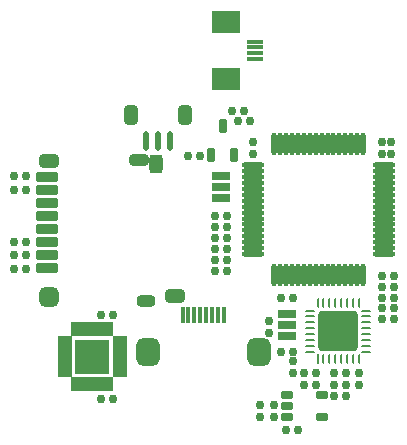
<source format=gts>
G04*
G04 #@! TF.GenerationSoftware,Altium Limited,Altium Designer,21.9.2 (33)*
G04*
G04 Layer_Color=8388736*
%FSLAX25Y25*%
%MOIN*%
G70*
G04*
G04 #@! TF.SameCoordinates,3BF94A5F-7B75-4F2F-B618-769F4B2F0BBE*
G04*
G04*
G04 #@! TF.FilePolarity,Negative*
G04*
G01*
G75*
G04:AMPARAMS|DCode=38|XSize=9.42mil|YSize=31.88mil|CornerRadius=4.71mil|HoleSize=0mil|Usage=FLASHONLY|Rotation=90.000|XOffset=0mil|YOffset=0mil|HoleType=Round|Shape=RoundedRectangle|*
%AMROUNDEDRECTD38*
21,1,0.00942,0.02245,0,0,90.0*
21,1,0.00000,0.03188,0,0,90.0*
1,1,0.00942,0.01123,0.00000*
1,1,0.00942,0.01123,0.00000*
1,1,0.00942,-0.01123,0.00000*
1,1,0.00942,-0.01123,0.00000*
%
%ADD38ROUNDEDRECTD38*%
G04:AMPARAMS|DCode=39|XSize=31.88mil|YSize=9.42mil|CornerRadius=4.71mil|HoleSize=0mil|Usage=FLASHONLY|Rotation=90.000|XOffset=0mil|YOffset=0mil|HoleType=Round|Shape=RoundedRectangle|*
%AMROUNDEDRECTD39*
21,1,0.03188,0.00000,0,0,90.0*
21,1,0.02245,0.00942,0,0,90.0*
1,1,0.00942,0.00000,0.01123*
1,1,0.00942,0.00000,-0.01123*
1,1,0.00942,0.00000,-0.01123*
1,1,0.00942,0.00000,0.01123*
%
%ADD39ROUNDEDRECTD39*%
%ADD40R,0.00942X0.03188*%
G04:AMPARAMS|DCode=46|XSize=26mil|YSize=26mil|CornerRadius=8mil|HoleSize=0mil|Usage=FLASHONLY|Rotation=90.000|XOffset=0mil|YOffset=0mil|HoleType=Round|Shape=RoundedRectangle|*
%AMROUNDEDRECTD46*
21,1,0.02600,0.01000,0,0,90.0*
21,1,0.01000,0.02600,0,0,90.0*
1,1,0.01600,0.00500,0.00500*
1,1,0.01600,0.00500,-0.00500*
1,1,0.01600,-0.00500,-0.00500*
1,1,0.01600,-0.00500,0.00500*
%
%ADD46ROUNDEDRECTD46*%
G04:AMPARAMS|DCode=47|XSize=33.56mil|YSize=74.9mil|CornerRadius=9.89mil|HoleSize=0mil|Usage=FLASHONLY|Rotation=270.000|XOffset=0mil|YOffset=0mil|HoleType=Round|Shape=RoundedRectangle|*
%AMROUNDEDRECTD47*
21,1,0.03356,0.05512,0,0,270.0*
21,1,0.01378,0.07490,0,0,270.0*
1,1,0.01978,-0.02756,-0.00689*
1,1,0.01978,-0.02756,0.00689*
1,1,0.01978,0.02756,0.00689*
1,1,0.01978,0.02756,-0.00689*
%
%ADD47ROUNDEDRECTD47*%
G04:AMPARAMS|DCode=48|XSize=45.37mil|YSize=67.02mil|CornerRadius=12.84mil|HoleSize=0mil|Usage=FLASHONLY|Rotation=270.000|XOffset=0mil|YOffset=0mil|HoleType=Round|Shape=RoundedRectangle|*
%AMROUNDEDRECTD48*
21,1,0.04537,0.04134,0,0,270.0*
21,1,0.01968,0.06702,0,0,270.0*
1,1,0.02568,-0.02067,-0.00984*
1,1,0.02568,-0.02067,0.00984*
1,1,0.02568,0.02067,0.00984*
1,1,0.02568,0.02067,-0.00984*
%
%ADD48ROUNDEDRECTD48*%
G04:AMPARAMS|DCode=49|XSize=63.09mil|YSize=45.37mil|CornerRadius=12.84mil|HoleSize=0mil|Usage=FLASHONLY|Rotation=270.000|XOffset=0mil|YOffset=0mil|HoleType=Round|Shape=RoundedRectangle|*
%AMROUNDEDRECTD49*
21,1,0.06309,0.01968,0,0,270.0*
21,1,0.03740,0.04537,0,0,270.0*
1,1,0.02568,-0.00984,-0.01870*
1,1,0.02568,-0.00984,0.01870*
1,1,0.02568,0.00984,0.01870*
1,1,0.02568,0.00984,-0.01870*
%
%ADD49ROUNDEDRECTD49*%
G04:AMPARAMS|DCode=50|XSize=65.06mil|YSize=65.06mil|CornerRadius=17.76mil|HoleSize=0mil|Usage=FLASHONLY|Rotation=270.000|XOffset=0mil|YOffset=0mil|HoleType=Round|Shape=RoundedRectangle|*
%AMROUNDEDRECTD50*
21,1,0.06506,0.02953,0,0,270.0*
21,1,0.02953,0.06506,0,0,270.0*
1,1,0.03553,-0.01476,-0.01476*
1,1,0.03553,-0.01476,0.01476*
1,1,0.03553,0.01476,0.01476*
1,1,0.03553,0.01476,-0.01476*
%
%ADD50ROUNDEDRECTD50*%
G04:AMPARAMS|DCode=51|XSize=46mil|YSize=65.06mil|CornerRadius=13mil|HoleSize=0mil|Usage=FLASHONLY|Rotation=270.000|XOffset=0mil|YOffset=0mil|HoleType=Round|Shape=RoundedRectangle|*
%AMROUNDEDRECTD51*
21,1,0.04600,0.03906,0,0,270.0*
21,1,0.02000,0.06506,0,0,270.0*
1,1,0.02600,-0.01953,-0.01000*
1,1,0.02600,-0.01953,0.01000*
1,1,0.02600,0.01953,0.01000*
1,1,0.02600,0.01953,-0.01000*
%
%ADD51ROUNDEDRECTD51*%
G04:AMPARAMS|DCode=52|XSize=37.5mil|YSize=61.12mil|CornerRadius=10.87mil|HoleSize=0mil|Usage=FLASHONLY|Rotation=270.000|XOffset=0mil|YOffset=0mil|HoleType=Round|Shape=RoundedRectangle|*
%AMROUNDEDRECTD52*
21,1,0.03750,0.03937,0,0,270.0*
21,1,0.01575,0.06112,0,0,270.0*
1,1,0.02175,-0.01968,-0.00787*
1,1,0.02175,-0.01968,0.00787*
1,1,0.02175,0.01968,0.00787*
1,1,0.02175,0.01968,-0.00787*
%
%ADD52ROUNDEDRECTD52*%
G04:AMPARAMS|DCode=53|XSize=37.5mil|YSize=65.06mil|CornerRadius=10.87mil|HoleSize=0mil|Usage=FLASHONLY|Rotation=270.000|XOffset=0mil|YOffset=0mil|HoleType=Round|Shape=RoundedRectangle|*
%AMROUNDEDRECTD53*
21,1,0.03750,0.04331,0,0,270.0*
21,1,0.01575,0.06506,0,0,270.0*
1,1,0.02175,-0.02165,-0.00787*
1,1,0.02175,-0.02165,0.00787*
1,1,0.02175,0.02165,0.00787*
1,1,0.02175,0.02165,-0.00787*
%
%ADD53ROUNDEDRECTD53*%
%ADD54R,0.05718X0.01781*%
%ADD55R,0.09261X0.07687*%
G04:AMPARAMS|DCode=56|XSize=92mil|YSize=78mil|CornerRadius=21mil|HoleSize=0mil|Usage=FLASHONLY|Rotation=270.000|XOffset=0mil|YOffset=0mil|HoleType=Round|Shape=RoundedRectangle|*
%AMROUNDEDRECTD56*
21,1,0.09200,0.03600,0,0,270.0*
21,1,0.05000,0.07800,0,0,270.0*
1,1,0.04200,-0.01800,-0.02500*
1,1,0.04200,-0.01800,0.02500*
1,1,0.04200,0.01800,0.02500*
1,1,0.04200,0.01800,-0.02500*
%
%ADD56ROUNDEDRECTD56*%
G04:AMPARAMS|DCode=57|XSize=29.62mil|YSize=41mil|CornerRadius=8.91mil|HoleSize=0mil|Usage=FLASHONLY|Rotation=90.000|XOffset=0mil|YOffset=0mil|HoleType=Round|Shape=RoundedRectangle|*
%AMROUNDEDRECTD57*
21,1,0.02962,0.02319,0,0,90.0*
21,1,0.01181,0.04100,0,0,90.0*
1,1,0.01781,0.01159,0.00591*
1,1,0.01781,0.01159,-0.00591*
1,1,0.01781,-0.01159,-0.00591*
1,1,0.01781,-0.01159,0.00591*
%
%ADD57ROUNDEDRECTD57*%
G04:AMPARAMS|DCode=58|XSize=56mil|YSize=16mil|CornerRadius=5.5mil|HoleSize=0mil|Usage=FLASHONLY|Rotation=90.000|XOffset=0mil|YOffset=0mil|HoleType=Round|Shape=RoundedRectangle|*
%AMROUNDEDRECTD58*
21,1,0.05600,0.00500,0,0,90.0*
21,1,0.04500,0.01600,0,0,90.0*
1,1,0.01100,0.00250,0.02250*
1,1,0.01100,0.00250,-0.02250*
1,1,0.01100,-0.00250,-0.02250*
1,1,0.01100,-0.00250,0.02250*
%
%ADD58ROUNDEDRECTD58*%
G04:AMPARAMS|DCode=59|XSize=29.62mil|YSize=45.37mil|CornerRadius=8.91mil|HoleSize=0mil|Usage=FLASHONLY|Rotation=180.000|XOffset=0mil|YOffset=0mil|HoleType=Round|Shape=RoundedRectangle|*
%AMROUNDEDRECTD59*
21,1,0.02962,0.02756,0,0,180.0*
21,1,0.01181,0.04537,0,0,180.0*
1,1,0.01781,-0.00591,0.01378*
1,1,0.01781,0.00591,0.01378*
1,1,0.01781,0.00591,-0.01378*
1,1,0.01781,-0.00591,-0.01378*
%
%ADD59ROUNDEDRECTD59*%
%ADD60O,0.07687X0.01781*%
%ADD61O,0.01781X0.07687*%
%ADD62R,0.11230X0.11624*%
G04:AMPARAMS|DCode=63|XSize=22mil|YSize=48mil|CornerRadius=8mil|HoleSize=0mil|Usage=FLASHONLY|Rotation=0.000|XOffset=0mil|YOffset=0mil|HoleType=Round|Shape=RoundedRectangle|*
%AMROUNDEDRECTD63*
21,1,0.02200,0.03200,0,0,0.0*
21,1,0.00600,0.04800,0,0,0.0*
1,1,0.01600,0.00300,-0.01600*
1,1,0.01600,-0.00300,-0.01600*
1,1,0.01600,-0.00300,0.01600*
1,1,0.01600,0.00300,0.01600*
%
%ADD63ROUNDEDRECTD63*%
G04:AMPARAMS|DCode=64|XSize=22mil|YSize=48mil|CornerRadius=8mil|HoleSize=0mil|Usage=FLASHONLY|Rotation=90.000|XOffset=0mil|YOffset=0mil|HoleType=Round|Shape=RoundedRectangle|*
%AMROUNDEDRECTD64*
21,1,0.02200,0.03200,0,0,90.0*
21,1,0.00600,0.04800,0,0,90.0*
1,1,0.01600,0.01600,0.00300*
1,1,0.01600,0.01600,-0.00300*
1,1,0.01600,-0.01600,-0.00300*
1,1,0.01600,-0.01600,0.00300*
%
%ADD64ROUNDEDRECTD64*%
G04:AMPARAMS|DCode=65|XSize=133.86mil|YSize=133.86mil|CornerRadius=13.39mil|HoleSize=0mil|Usage=FLASHONLY|Rotation=90.000|XOffset=0mil|YOffset=0mil|HoleType=Round|Shape=RoundedRectangle|*
%AMROUNDEDRECTD65*
21,1,0.13386,0.10709,0,0,90.0*
21,1,0.10709,0.13386,0,0,90.0*
1,1,0.02677,0.05354,0.05354*
1,1,0.02677,0.05354,-0.05354*
1,1,0.02677,-0.05354,-0.05354*
1,1,0.02677,-0.05354,0.05354*
%
%ADD65ROUNDEDRECTD65*%
G04:AMPARAMS|DCode=66|XSize=27.65mil|YSize=63.09mil|CornerRadius=8.41mil|HoleSize=0mil|Usage=FLASHONLY|Rotation=270.000|XOffset=0mil|YOffset=0mil|HoleType=Round|Shape=RoundedRectangle|*
%AMROUNDEDRECTD66*
21,1,0.02765,0.04626,0,0,270.0*
21,1,0.01083,0.06309,0,0,270.0*
1,1,0.01683,-0.02313,-0.00541*
1,1,0.01683,-0.02313,0.00541*
1,1,0.01683,0.02313,0.00541*
1,1,0.01683,0.02313,-0.00541*
%
%ADD66ROUNDEDRECTD66*%
G04:AMPARAMS|DCode=67|XSize=27.65mil|YSize=63.09mil|CornerRadius=8.41mil|HoleSize=0mil|Usage=FLASHONLY|Rotation=270.000|XOffset=0mil|YOffset=0mil|HoleType=Round|Shape=RoundedRectangle|*
%AMROUNDEDRECTD67*
21,1,0.02765,0.04626,0,0,270.0*
21,1,0.01083,0.06309,0,0,270.0*
1,1,0.01683,-0.02313,-0.00541*
1,1,0.01683,-0.02313,0.00541*
1,1,0.01683,0.02313,0.00541*
1,1,0.01683,0.02313,-0.00541*
%
%ADD67ROUNDEDRECTD67*%
G04:AMPARAMS|DCode=68|XSize=21.75mil|YSize=65.06mil|CornerRadius=6.94mil|HoleSize=0mil|Usage=FLASHONLY|Rotation=0.000|XOffset=0mil|YOffset=0mil|HoleType=Round|Shape=RoundedRectangle|*
%AMROUNDEDRECTD68*
21,1,0.02175,0.05118,0,0,0.0*
21,1,0.00787,0.06506,0,0,0.0*
1,1,0.01387,0.00394,-0.02559*
1,1,0.01387,-0.00394,-0.02559*
1,1,0.01387,-0.00394,0.02559*
1,1,0.01387,0.00394,0.02559*
%
%ADD68ROUNDEDRECTD68*%
G04:AMPARAMS|DCode=69|XSize=45.37mil|YSize=65.06mil|CornerRadius=12.84mil|HoleSize=0mil|Usage=FLASHONLY|Rotation=0.000|XOffset=0mil|YOffset=0mil|HoleType=Round|Shape=RoundedRectangle|*
%AMROUNDEDRECTD69*
21,1,0.04537,0.03937,0,0,0.0*
21,1,0.01968,0.06506,0,0,0.0*
1,1,0.02568,0.00984,-0.01968*
1,1,0.02568,-0.00984,-0.01968*
1,1,0.02568,-0.00984,0.01968*
1,1,0.02568,0.00984,0.01968*
%
%ADD69ROUNDEDRECTD69*%
G04:AMPARAMS|DCode=70|XSize=26mil|YSize=26mil|CornerRadius=8mil|HoleSize=0mil|Usage=FLASHONLY|Rotation=180.000|XOffset=0mil|YOffset=0mil|HoleType=Round|Shape=RoundedRectangle|*
%AMROUNDEDRECTD70*
21,1,0.02600,0.01000,0,0,180.0*
21,1,0.01000,0.02600,0,0,180.0*
1,1,0.01600,-0.00500,0.00500*
1,1,0.01600,0.00500,0.00500*
1,1,0.01600,0.00500,-0.00500*
1,1,0.01600,-0.00500,-0.00500*
%
%ADD70ROUNDEDRECTD70*%
D38*
X35743Y-35890D02*
D03*
Y-33921D02*
D03*
Y-31953D02*
D03*
Y-29984D02*
D03*
Y-28016D02*
D03*
Y-26047D02*
D03*
Y-24079D02*
D03*
Y-22110D02*
D03*
X54257D02*
D03*
Y-24079D02*
D03*
Y-26047D02*
D03*
Y-28016D02*
D03*
Y-29984D02*
D03*
Y-31953D02*
D03*
Y-33921D02*
D03*
Y-35890D02*
D03*
D39*
X38110Y-19743D02*
D03*
X40079D02*
D03*
X42047D02*
D03*
X44016D02*
D03*
X45984D02*
D03*
X47953D02*
D03*
X49921D02*
D03*
X51890D02*
D03*
Y-38257D02*
D03*
X49921D02*
D03*
X47953D02*
D03*
X45984D02*
D03*
X44016D02*
D03*
X42047D02*
D03*
X40079D02*
D03*
D40*
X38110D02*
D03*
D46*
X-59100Y-3700D02*
D03*
X-63100D02*
D03*
X43500Y-46850D02*
D03*
X47500D02*
D03*
Y-43000D02*
D03*
X43500D02*
D03*
Y-50700D02*
D03*
X47500D02*
D03*
X63500Y-25000D02*
D03*
X59500D02*
D03*
X33500Y-46800D02*
D03*
X37500D02*
D03*
X27500Y-62000D02*
D03*
X31500D02*
D03*
X63500Y-10700D02*
D03*
X59500D02*
D03*
X3800Y-5140D02*
D03*
X7800D02*
D03*
X3800Y-1480D02*
D03*
X7800D02*
D03*
Y-8800D02*
D03*
X3800D02*
D03*
X7800Y2180D02*
D03*
X3800D02*
D03*
X11500Y41000D02*
D03*
X15500D02*
D03*
X13500Y44500D02*
D03*
X9500D02*
D03*
X7800Y5840D02*
D03*
X3800D02*
D03*
X-5000Y29500D02*
D03*
X-1000D02*
D03*
X63500Y-14275D02*
D03*
X59500D02*
D03*
X3800Y9500D02*
D03*
X7800D02*
D03*
X-63100Y18100D02*
D03*
X-59100D02*
D03*
X-63100Y22700D02*
D03*
X-59100D02*
D03*
X-30000Y-23500D02*
D03*
X-34000D02*
D03*
X-63100Y-8100D02*
D03*
X-59100D02*
D03*
X-63100Y900D02*
D03*
X-59100D02*
D03*
X-30000Y-51500D02*
D03*
X-34000D02*
D03*
X33500Y-43000D02*
D03*
X37500D02*
D03*
X30000Y-36000D02*
D03*
X26000D02*
D03*
X59500Y-17850D02*
D03*
X63500D02*
D03*
X30000Y-18000D02*
D03*
X26000D02*
D03*
X59500Y-21425D02*
D03*
X63500D02*
D03*
D47*
X-51972Y-7875D02*
D03*
Y-3544D02*
D03*
Y787D02*
D03*
Y5117D02*
D03*
Y9448D02*
D03*
Y13779D02*
D03*
Y18110D02*
D03*
Y22440D02*
D03*
D48*
X-9453Y-17225D02*
D03*
D49*
X-15653Y26869D02*
D03*
D50*
X-51480Y-17521D02*
D03*
D51*
Y27665D02*
D03*
D52*
X-19000Y-18800D02*
D03*
D53*
X-21559Y28149D02*
D03*
D54*
X17431Y67553D02*
D03*
Y65584D02*
D03*
Y63616D02*
D03*
Y61647D02*
D03*
D55*
X7600Y74049D02*
D03*
X7600Y55151D02*
D03*
D56*
X-18563Y-36000D02*
D03*
X18563D02*
D03*
D57*
X28095Y-57740D02*
D03*
Y-54000D02*
D03*
Y-50260D02*
D03*
X39494D02*
D03*
Y-57740D02*
D03*
D58*
X-6890Y-23600D02*
D03*
X-4921D02*
D03*
X-2953D02*
D03*
X-984D02*
D03*
X984D02*
D03*
X2953D02*
D03*
X4921D02*
D03*
X6890D02*
D03*
D59*
X6500Y39406D02*
D03*
X10240Y29594D02*
D03*
X2760D02*
D03*
D60*
X16650Y26264D02*
D03*
Y24295D02*
D03*
Y22327D02*
D03*
Y20358D02*
D03*
Y18390D02*
D03*
Y16421D02*
D03*
Y14453D02*
D03*
Y12484D02*
D03*
Y10516D02*
D03*
Y8547D02*
D03*
Y6579D02*
D03*
Y4610D02*
D03*
Y2642D02*
D03*
Y673D02*
D03*
Y-1295D02*
D03*
Y-3264D02*
D03*
X60350D02*
D03*
Y-1295D02*
D03*
Y673D02*
D03*
Y2642D02*
D03*
Y4610D02*
D03*
Y6579D02*
D03*
Y8547D02*
D03*
Y10516D02*
D03*
Y12484D02*
D03*
Y14453D02*
D03*
Y16421D02*
D03*
Y18390D02*
D03*
Y20358D02*
D03*
Y22327D02*
D03*
Y24295D02*
D03*
Y26264D02*
D03*
D61*
X23736Y-10350D02*
D03*
X25705D02*
D03*
X27673D02*
D03*
X29642D02*
D03*
X31610D02*
D03*
X33579D02*
D03*
X35547D02*
D03*
X37516D02*
D03*
X39484D02*
D03*
X41453D02*
D03*
X43421D02*
D03*
X45390D02*
D03*
X47358D02*
D03*
X49327D02*
D03*
X51295D02*
D03*
X53264D02*
D03*
Y33350D02*
D03*
X51295D02*
D03*
X49327D02*
D03*
X47358D02*
D03*
X45390D02*
D03*
X43421D02*
D03*
X41453D02*
D03*
X39484D02*
D03*
X37516D02*
D03*
X35547D02*
D03*
X33579D02*
D03*
X31610D02*
D03*
X29642D02*
D03*
X27673D02*
D03*
X25705D02*
D03*
X23736D02*
D03*
D62*
X-37000Y-37500D02*
D03*
D63*
X-31095Y-46650D02*
D03*
X-33063D02*
D03*
X-35032D02*
D03*
X-37000D02*
D03*
X-38969D02*
D03*
X-40937D02*
D03*
X-42906D02*
D03*
Y-28350D02*
D03*
X-40937D02*
D03*
X-38969D02*
D03*
X-37000D02*
D03*
X-35032D02*
D03*
X-33063D02*
D03*
X-31095D02*
D03*
D64*
X-46150Y-43406D02*
D03*
Y-41437D02*
D03*
Y-39469D02*
D03*
Y-37500D02*
D03*
Y-35531D02*
D03*
Y-33563D02*
D03*
Y-31594D02*
D03*
X-27850D02*
D03*
Y-33563D02*
D03*
Y-35531D02*
D03*
Y-37500D02*
D03*
Y-39469D02*
D03*
Y-41437D02*
D03*
Y-43406D02*
D03*
D65*
X45000Y-29000D02*
D03*
D66*
X28000Y-30740D02*
D03*
Y-27000D02*
D03*
X6000Y19000D02*
D03*
Y15260D02*
D03*
D67*
X28000Y-23260D02*
D03*
X6000Y22740D02*
D03*
D68*
X-15000Y34500D02*
D03*
X-11063D02*
D03*
X-18937D02*
D03*
D69*
X-24055Y42965D02*
D03*
X-5945D02*
D03*
D70*
X22100Y-25500D02*
D03*
Y-29500D02*
D03*
X59500Y34000D02*
D03*
Y30000D02*
D03*
X23500Y-53500D02*
D03*
Y-57500D02*
D03*
X18900Y-53500D02*
D03*
Y-57500D02*
D03*
X16500Y34000D02*
D03*
Y30000D02*
D03*
X62700Y34000D02*
D03*
Y30000D02*
D03*
X30000Y-39000D02*
D03*
Y-43000D02*
D03*
X52100D02*
D03*
Y-47000D02*
D03*
M02*

</source>
